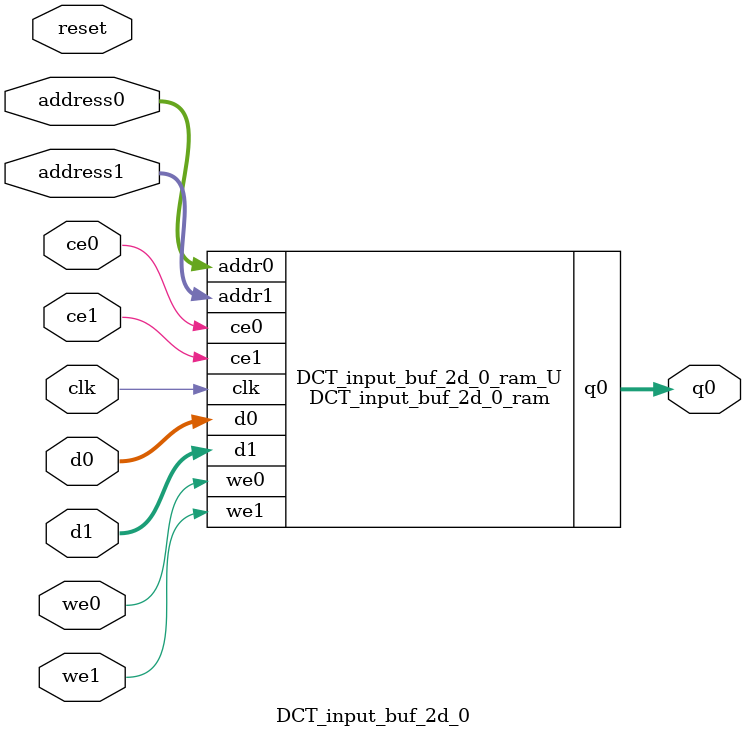
<source format=v>
`timescale 1 ns / 1 ps
module DCT_input_buf_2d_0_ram (addr0, ce0, d0, we0, q0, addr1, ce1, d1, we1,  clk);

parameter DWIDTH = 16;
parameter AWIDTH = 3;
parameter MEM_SIZE = 8;

input[AWIDTH-1:0] addr0;
input ce0;
input[DWIDTH-1:0] d0;
input we0;
output reg[DWIDTH-1:0] q0;
input[AWIDTH-1:0] addr1;
input ce1;
input[DWIDTH-1:0] d1;
input we1;
input clk;

(* ram_style = "block" *)reg [DWIDTH-1:0] ram[0:MEM_SIZE-1];




always @(posedge clk)  
begin 
    if (ce0) begin
        if (we0) 
            ram[addr0] <= d0; 
        q0 <= ram[addr0];
    end
end


always @(posedge clk)  
begin 
    if (ce1) begin
        if (we1) 
            ram[addr1] <= d1; 
    end
end


endmodule

`timescale 1 ns / 1 ps
module DCT_input_buf_2d_0(
    reset,
    clk,
    address0,
    ce0,
    we0,
    d0,
    q0,
    address1,
    ce1,
    we1,
    d1);

parameter DataWidth = 32'd16;
parameter AddressRange = 32'd8;
parameter AddressWidth = 32'd3;
input reset;
input clk;
input[AddressWidth - 1:0] address0;
input ce0;
input we0;
input[DataWidth - 1:0] d0;
output[DataWidth - 1:0] q0;
input[AddressWidth - 1:0] address1;
input ce1;
input we1;
input[DataWidth - 1:0] d1;



DCT_input_buf_2d_0_ram DCT_input_buf_2d_0_ram_U(
    .clk( clk ),
    .addr0( address0 ),
    .ce0( ce0 ),
    .we0( we0 ),
    .d0( d0 ),
    .q0( q0 ),
    .addr1( address1 ),
    .ce1( ce1 ),
    .we1( we1 ),
    .d1( d1 ));

endmodule


</source>
